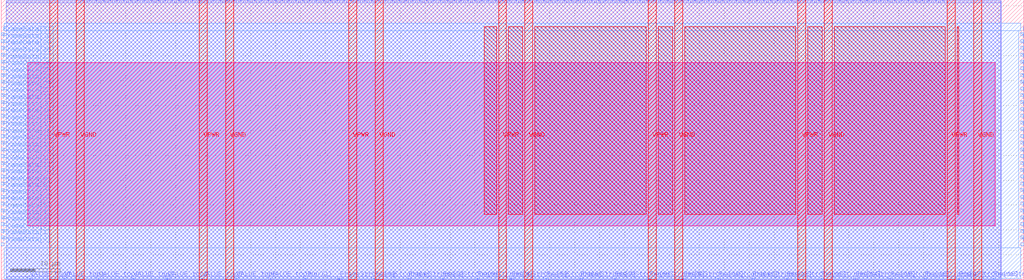
<source format=lef>
VERSION 5.7 ;
  NOWIREEXTENSIONATPIN ON ;
  DIVIDERCHAR "/" ;
  BUSBITCHARS "[]" ;
MACRO S_EF_DAC8
  CLASS BLOCK ;
  FOREIGN S_EF_DAC8 ;
  ORIGIN 0.000 0.000 ;
  SIZE 205.000 BY 56.250 ;
  PIN Co
    DIRECTION OUTPUT ;
    USE SIGNAL ;
    PORT
      LAYER met2 ;
        RECT 87.950 55.970 88.230 56.250 ;
    END
  END Co
  PIN FrameData[0]
    DIRECTION INPUT ;
    USE SIGNAL ;
    ANTENNAGATEAREA 0.196500 ;
    PORT
      LAYER met3 ;
        RECT 0.000 6.840 0.600 7.440 ;
    END
  END FrameData[0]
  PIN FrameData[10]
    DIRECTION INPUT ;
    USE SIGNAL ;
    ANTENNAGATEAREA 0.196500 ;
    PORT
      LAYER met3 ;
        RECT 0.000 20.440 0.600 21.040 ;
    END
  END FrameData[10]
  PIN FrameData[11]
    DIRECTION INPUT ;
    USE SIGNAL ;
    ANTENNAGATEAREA 0.196500 ;
    PORT
      LAYER met3 ;
        RECT 0.000 21.800 0.600 22.400 ;
    END
  END FrameData[11]
  PIN FrameData[12]
    DIRECTION INPUT ;
    USE SIGNAL ;
    ANTENNAGATEAREA 0.196500 ;
    PORT
      LAYER met3 ;
        RECT 0.000 23.160 0.600 23.760 ;
    END
  END FrameData[12]
  PIN FrameData[13]
    DIRECTION INPUT ;
    USE SIGNAL ;
    ANTENNAGATEAREA 0.196500 ;
    PORT
      LAYER met3 ;
        RECT 0.000 24.520 0.600 25.120 ;
    END
  END FrameData[13]
  PIN FrameData[14]
    DIRECTION INPUT ;
    USE SIGNAL ;
    ANTENNAGATEAREA 0.196500 ;
    PORT
      LAYER met3 ;
        RECT 0.000 25.880 0.600 26.480 ;
    END
  END FrameData[14]
  PIN FrameData[15]
    DIRECTION INPUT ;
    USE SIGNAL ;
    ANTENNAGATEAREA 0.196500 ;
    PORT
      LAYER met3 ;
        RECT 0.000 27.240 0.600 27.840 ;
    END
  END FrameData[15]
  PIN FrameData[16]
    DIRECTION INPUT ;
    USE SIGNAL ;
    ANTENNAGATEAREA 0.196500 ;
    PORT
      LAYER met3 ;
        RECT 0.000 28.600 0.600 29.200 ;
    END
  END FrameData[16]
  PIN FrameData[17]
    DIRECTION INPUT ;
    USE SIGNAL ;
    ANTENNAGATEAREA 0.126000 ;
    PORT
      LAYER met3 ;
        RECT 0.000 29.960 0.600 30.560 ;
    END
  END FrameData[17]
  PIN FrameData[18]
    DIRECTION INPUT ;
    USE SIGNAL ;
    ANTENNAGATEAREA 0.196500 ;
    PORT
      LAYER met3 ;
        RECT 0.000 31.320 0.600 31.920 ;
    END
  END FrameData[18]
  PIN FrameData[19]
    DIRECTION INPUT ;
    USE SIGNAL ;
    ANTENNAGATEAREA 0.196500 ;
    PORT
      LAYER met3 ;
        RECT 0.000 32.680 0.600 33.280 ;
    END
  END FrameData[19]
  PIN FrameData[1]
    DIRECTION INPUT ;
    USE SIGNAL ;
    ANTENNAGATEAREA 0.196500 ;
    PORT
      LAYER met3 ;
        RECT 0.000 8.200 0.600 8.800 ;
    END
  END FrameData[1]
  PIN FrameData[20]
    DIRECTION INPUT ;
    USE SIGNAL ;
    ANTENNAGATEAREA 0.126000 ;
    PORT
      LAYER met3 ;
        RECT 0.000 34.040 0.600 34.640 ;
    END
  END FrameData[20]
  PIN FrameData[21]
    DIRECTION INPUT ;
    USE SIGNAL ;
    ANTENNAGATEAREA 0.196500 ;
    PORT
      LAYER met3 ;
        RECT 0.000 35.400 0.600 36.000 ;
    END
  END FrameData[21]
  PIN FrameData[22]
    DIRECTION INPUT ;
    USE SIGNAL ;
    ANTENNAGATEAREA 0.196500 ;
    PORT
      LAYER met3 ;
        RECT 0.000 36.760 0.600 37.360 ;
    END
  END FrameData[22]
  PIN FrameData[23]
    DIRECTION INPUT ;
    USE SIGNAL ;
    ANTENNAGATEAREA 0.196500 ;
    PORT
      LAYER met3 ;
        RECT 0.000 38.120 0.600 38.720 ;
    END
  END FrameData[23]
  PIN FrameData[24]
    DIRECTION INPUT ;
    USE SIGNAL ;
    ANTENNAGATEAREA 0.196500 ;
    PORT
      LAYER met3 ;
        RECT 0.000 39.480 0.600 40.080 ;
    END
  END FrameData[24]
  PIN FrameData[25]
    DIRECTION INPUT ;
    USE SIGNAL ;
    ANTENNAGATEAREA 0.196500 ;
    PORT
      LAYER met3 ;
        RECT 0.000 40.840 0.600 41.440 ;
    END
  END FrameData[25]
  PIN FrameData[26]
    DIRECTION INPUT ;
    USE SIGNAL ;
    ANTENNAGATEAREA 0.196500 ;
    PORT
      LAYER met3 ;
        RECT 0.000 42.200 0.600 42.800 ;
    END
  END FrameData[26]
  PIN FrameData[27]
    DIRECTION INPUT ;
    USE SIGNAL ;
    ANTENNAGATEAREA 0.196500 ;
    PORT
      LAYER met3 ;
        RECT 0.000 43.560 0.600 44.160 ;
    END
  END FrameData[27]
  PIN FrameData[28]
    DIRECTION INPUT ;
    USE SIGNAL ;
    ANTENNAGATEAREA 0.213000 ;
    PORT
      LAYER met3 ;
        RECT 0.000 44.920 0.600 45.520 ;
    END
  END FrameData[28]
  PIN FrameData[29]
    DIRECTION INPUT ;
    USE SIGNAL ;
    ANTENNAGATEAREA 0.213000 ;
    PORT
      LAYER met3 ;
        RECT 0.000 46.280 0.600 46.880 ;
    END
  END FrameData[29]
  PIN FrameData[2]
    DIRECTION INPUT ;
    USE SIGNAL ;
    ANTENNAGATEAREA 0.126000 ;
    PORT
      LAYER met3 ;
        RECT 0.000 9.560 0.600 10.160 ;
    END
  END FrameData[2]
  PIN FrameData[30]
    DIRECTION INPUT ;
    USE SIGNAL ;
    ANTENNAGATEAREA 0.126000 ;
    PORT
      LAYER met3 ;
        RECT 0.000 47.640 0.600 48.240 ;
    END
  END FrameData[30]
  PIN FrameData[31]
    DIRECTION INPUT ;
    USE SIGNAL ;
    ANTENNAGATEAREA 0.126000 ;
    PORT
      LAYER met3 ;
        RECT 0.000 49.000 0.600 49.600 ;
    END
  END FrameData[31]
  PIN FrameData[3]
    DIRECTION INPUT ;
    USE SIGNAL ;
    ANTENNAGATEAREA 0.126000 ;
    PORT
      LAYER met3 ;
        RECT 0.000 10.920 0.600 11.520 ;
    END
  END FrameData[3]
  PIN FrameData[4]
    DIRECTION INPUT ;
    USE SIGNAL ;
    ANTENNAGATEAREA 0.196500 ;
    PORT
      LAYER met3 ;
        RECT 0.000 12.280 0.600 12.880 ;
    END
  END FrameData[4]
  PIN FrameData[5]
    DIRECTION INPUT ;
    USE SIGNAL ;
    ANTENNAGATEAREA 0.196500 ;
    PORT
      LAYER met3 ;
        RECT 0.000 13.640 0.600 14.240 ;
    END
  END FrameData[5]
  PIN FrameData[6]
    DIRECTION INPUT ;
    USE SIGNAL ;
    ANTENNAGATEAREA 0.196500 ;
    PORT
      LAYER met3 ;
        RECT 0.000 15.000 0.600 15.600 ;
    END
  END FrameData[6]
  PIN FrameData[7]
    DIRECTION INPUT ;
    USE SIGNAL ;
    ANTENNAGATEAREA 0.196500 ;
    PORT
      LAYER met3 ;
        RECT 0.000 16.360 0.600 16.960 ;
    END
  END FrameData[7]
  PIN FrameData[8]
    DIRECTION INPUT ;
    USE SIGNAL ;
    ANTENNAGATEAREA 0.196500 ;
    PORT
      LAYER met3 ;
        RECT 0.000 17.720 0.600 18.320 ;
    END
  END FrameData[8]
  PIN FrameData[9]
    DIRECTION INPUT ;
    USE SIGNAL ;
    ANTENNAGATEAREA 0.196500 ;
    PORT
      LAYER met3 ;
        RECT 0.000 19.080 0.600 19.680 ;
    END
  END FrameData[9]
  PIN FrameData_O[0]
    DIRECTION OUTPUT ;
    USE SIGNAL ;
    ANTENNADIFFAREA 0.445500 ;
    PORT
      LAYER met3 ;
        RECT 204.400 6.840 205.000 7.440 ;
    END
  END FrameData_O[0]
  PIN FrameData_O[10]
    DIRECTION OUTPUT ;
    USE SIGNAL ;
    ANTENNADIFFAREA 0.445500 ;
    PORT
      LAYER met3 ;
        RECT 204.400 20.440 205.000 21.040 ;
    END
  END FrameData_O[10]
  PIN FrameData_O[11]
    DIRECTION OUTPUT ;
    USE SIGNAL ;
    ANTENNADIFFAREA 0.445500 ;
    PORT
      LAYER met3 ;
        RECT 204.400 21.800 205.000 22.400 ;
    END
  END FrameData_O[11]
  PIN FrameData_O[12]
    DIRECTION OUTPUT ;
    USE SIGNAL ;
    ANTENNADIFFAREA 0.445500 ;
    PORT
      LAYER met3 ;
        RECT 204.400 23.160 205.000 23.760 ;
    END
  END FrameData_O[12]
  PIN FrameData_O[13]
    DIRECTION OUTPUT ;
    USE SIGNAL ;
    ANTENNADIFFAREA 0.445500 ;
    PORT
      LAYER met3 ;
        RECT 204.400 24.520 205.000 25.120 ;
    END
  END FrameData_O[13]
  PIN FrameData_O[14]
    DIRECTION OUTPUT ;
    USE SIGNAL ;
    ANTENNADIFFAREA 0.445500 ;
    PORT
      LAYER met3 ;
        RECT 204.400 25.880 205.000 26.480 ;
    END
  END FrameData_O[14]
  PIN FrameData_O[15]
    DIRECTION OUTPUT ;
    USE SIGNAL ;
    ANTENNADIFFAREA 0.445500 ;
    PORT
      LAYER met3 ;
        RECT 204.400 27.240 205.000 27.840 ;
    END
  END FrameData_O[15]
  PIN FrameData_O[16]
    DIRECTION OUTPUT ;
    USE SIGNAL ;
    ANTENNADIFFAREA 0.445500 ;
    PORT
      LAYER met3 ;
        RECT 204.400 28.600 205.000 29.200 ;
    END
  END FrameData_O[16]
  PIN FrameData_O[17]
    DIRECTION OUTPUT ;
    USE SIGNAL ;
    ANTENNADIFFAREA 0.445500 ;
    PORT
      LAYER met3 ;
        RECT 204.400 29.960 205.000 30.560 ;
    END
  END FrameData_O[17]
  PIN FrameData_O[18]
    DIRECTION OUTPUT ;
    USE SIGNAL ;
    ANTENNADIFFAREA 0.445500 ;
    PORT
      LAYER met3 ;
        RECT 204.400 31.320 205.000 31.920 ;
    END
  END FrameData_O[18]
  PIN FrameData_O[19]
    DIRECTION OUTPUT ;
    USE SIGNAL ;
    ANTENNADIFFAREA 0.445500 ;
    PORT
      LAYER met3 ;
        RECT 204.400 32.680 205.000 33.280 ;
    END
  END FrameData_O[19]
  PIN FrameData_O[1]
    DIRECTION OUTPUT ;
    USE SIGNAL ;
    ANTENNADIFFAREA 0.445500 ;
    PORT
      LAYER met3 ;
        RECT 204.400 8.200 205.000 8.800 ;
    END
  END FrameData_O[1]
  PIN FrameData_O[20]
    DIRECTION OUTPUT ;
    USE SIGNAL ;
    ANTENNADIFFAREA 0.445500 ;
    PORT
      LAYER met3 ;
        RECT 204.400 34.040 205.000 34.640 ;
    END
  END FrameData_O[20]
  PIN FrameData_O[21]
    DIRECTION OUTPUT ;
    USE SIGNAL ;
    ANTENNADIFFAREA 0.445500 ;
    PORT
      LAYER met3 ;
        RECT 204.400 35.400 205.000 36.000 ;
    END
  END FrameData_O[21]
  PIN FrameData_O[22]
    DIRECTION OUTPUT ;
    USE SIGNAL ;
    ANTENNADIFFAREA 0.445500 ;
    PORT
      LAYER met3 ;
        RECT 204.400 36.760 205.000 37.360 ;
    END
  END FrameData_O[22]
  PIN FrameData_O[23]
    DIRECTION OUTPUT ;
    USE SIGNAL ;
    ANTENNADIFFAREA 0.445500 ;
    PORT
      LAYER met3 ;
        RECT 204.400 38.120 205.000 38.720 ;
    END
  END FrameData_O[23]
  PIN FrameData_O[24]
    DIRECTION OUTPUT ;
    USE SIGNAL ;
    ANTENNADIFFAREA 0.445500 ;
    PORT
      LAYER met3 ;
        RECT 204.400 39.480 205.000 40.080 ;
    END
  END FrameData_O[24]
  PIN FrameData_O[25]
    DIRECTION OUTPUT ;
    USE SIGNAL ;
    ANTENNADIFFAREA 0.445500 ;
    PORT
      LAYER met3 ;
        RECT 204.400 40.840 205.000 41.440 ;
    END
  END FrameData_O[25]
  PIN FrameData_O[26]
    DIRECTION OUTPUT ;
    USE SIGNAL ;
    ANTENNADIFFAREA 0.445500 ;
    PORT
      LAYER met3 ;
        RECT 204.400 42.200 205.000 42.800 ;
    END
  END FrameData_O[26]
  PIN FrameData_O[27]
    DIRECTION OUTPUT ;
    USE SIGNAL ;
    ANTENNADIFFAREA 0.445500 ;
    PORT
      LAYER met3 ;
        RECT 204.400 43.560 205.000 44.160 ;
    END
  END FrameData_O[27]
  PIN FrameData_O[28]
    DIRECTION OUTPUT ;
    USE SIGNAL ;
    ANTENNADIFFAREA 0.445500 ;
    PORT
      LAYER met3 ;
        RECT 204.400 44.920 205.000 45.520 ;
    END
  END FrameData_O[28]
  PIN FrameData_O[29]
    DIRECTION OUTPUT ;
    USE SIGNAL ;
    ANTENNADIFFAREA 0.445500 ;
    PORT
      LAYER met3 ;
        RECT 204.400 46.280 205.000 46.880 ;
    END
  END FrameData_O[29]
  PIN FrameData_O[2]
    DIRECTION OUTPUT ;
    USE SIGNAL ;
    ANTENNADIFFAREA 0.445500 ;
    PORT
      LAYER met3 ;
        RECT 204.400 9.560 205.000 10.160 ;
    END
  END FrameData_O[2]
  PIN FrameData_O[30]
    DIRECTION OUTPUT ;
    USE SIGNAL ;
    ANTENNADIFFAREA 0.445500 ;
    PORT
      LAYER met3 ;
        RECT 204.400 47.640 205.000 48.240 ;
    END
  END FrameData_O[30]
  PIN FrameData_O[31]
    DIRECTION OUTPUT ;
    USE SIGNAL ;
    ANTENNADIFFAREA 0.445500 ;
    PORT
      LAYER met3 ;
        RECT 204.400 49.000 205.000 49.600 ;
    END
  END FrameData_O[31]
  PIN FrameData_O[3]
    DIRECTION OUTPUT ;
    USE SIGNAL ;
    ANTENNADIFFAREA 0.445500 ;
    PORT
      LAYER met3 ;
        RECT 204.400 10.920 205.000 11.520 ;
    END
  END FrameData_O[3]
  PIN FrameData_O[4]
    DIRECTION OUTPUT ;
    USE SIGNAL ;
    ANTENNADIFFAREA 0.445500 ;
    PORT
      LAYER met3 ;
        RECT 204.400 12.280 205.000 12.880 ;
    END
  END FrameData_O[4]
  PIN FrameData_O[5]
    DIRECTION OUTPUT ;
    USE SIGNAL ;
    ANTENNADIFFAREA 0.445500 ;
    PORT
      LAYER met3 ;
        RECT 204.400 13.640 205.000 14.240 ;
    END
  END FrameData_O[5]
  PIN FrameData_O[6]
    DIRECTION OUTPUT ;
    USE SIGNAL ;
    ANTENNADIFFAREA 0.445500 ;
    PORT
      LAYER met3 ;
        RECT 204.400 15.000 205.000 15.600 ;
    END
  END FrameData_O[6]
  PIN FrameData_O[7]
    DIRECTION OUTPUT ;
    USE SIGNAL ;
    ANTENNADIFFAREA 0.445500 ;
    PORT
      LAYER met3 ;
        RECT 204.400 16.360 205.000 16.960 ;
    END
  END FrameData_O[7]
  PIN FrameData_O[8]
    DIRECTION OUTPUT ;
    USE SIGNAL ;
    ANTENNADIFFAREA 0.445500 ;
    PORT
      LAYER met3 ;
        RECT 204.400 17.720 205.000 18.320 ;
    END
  END FrameData_O[8]
  PIN FrameData_O[9]
    DIRECTION OUTPUT ;
    USE SIGNAL ;
    ANTENNADIFFAREA 0.445500 ;
    PORT
      LAYER met3 ;
        RECT 204.400 19.080 205.000 19.680 ;
    END
  END FrameData_O[9]
  PIN FrameStrobe[0]
    DIRECTION INPUT ;
    USE SIGNAL ;
    ANTENNAGATEAREA 0.213000 ;
    PORT
      LAYER met2 ;
        RECT 67.710 0.000 67.990 0.280 ;
    END
  END FrameStrobe[0]
  PIN FrameStrobe[10]
    DIRECTION INPUT ;
    USE SIGNAL ;
    ANTENNAGATEAREA 0.631200 ;
    ANTENNADIFFAREA 0.434700 ;
    PORT
      LAYER met2 ;
        RECT 136.710 0.000 136.990 0.280 ;
    END
  END FrameStrobe[10]
  PIN FrameStrobe[11]
    DIRECTION INPUT ;
    USE SIGNAL ;
    ANTENNAGATEAREA 0.196500 ;
    PORT
      LAYER met2 ;
        RECT 143.610 0.000 143.890 0.280 ;
    END
  END FrameStrobe[11]
  PIN FrameStrobe[12]
    DIRECTION INPUT ;
    USE SIGNAL ;
    ANTENNAGATEAREA 0.196500 ;
    PORT
      LAYER met2 ;
        RECT 150.510 0.000 150.790 0.280 ;
    END
  END FrameStrobe[12]
  PIN FrameStrobe[13]
    DIRECTION INPUT ;
    USE SIGNAL ;
    ANTENNAGATEAREA 0.196500 ;
    PORT
      LAYER met2 ;
        RECT 157.410 0.000 157.690 0.280 ;
    END
  END FrameStrobe[13]
  PIN FrameStrobe[14]
    DIRECTION INPUT ;
    USE SIGNAL ;
    ANTENNAGATEAREA 0.196500 ;
    PORT
      LAYER met2 ;
        RECT 164.310 0.000 164.590 0.280 ;
    END
  END FrameStrobe[14]
  PIN FrameStrobe[15]
    DIRECTION INPUT ;
    USE SIGNAL ;
    ANTENNAGATEAREA 0.196500 ;
    PORT
      LAYER met2 ;
        RECT 171.210 0.000 171.490 0.280 ;
    END
  END FrameStrobe[15]
  PIN FrameStrobe[16]
    DIRECTION INPUT ;
    USE SIGNAL ;
    ANTENNAGATEAREA 0.196500 ;
    PORT
      LAYER met2 ;
        RECT 178.110 0.000 178.390 0.280 ;
    END
  END FrameStrobe[16]
  PIN FrameStrobe[17]
    DIRECTION INPUT ;
    USE SIGNAL ;
    ANTENNAGATEAREA 0.196500 ;
    PORT
      LAYER met2 ;
        RECT 185.010 0.000 185.290 0.280 ;
    END
  END FrameStrobe[17]
  PIN FrameStrobe[18]
    DIRECTION INPUT ;
    USE SIGNAL ;
    ANTENNAGATEAREA 0.196500 ;
    PORT
      LAYER met2 ;
        RECT 191.910 0.000 192.190 0.280 ;
    END
  END FrameStrobe[18]
  PIN FrameStrobe[19]
    DIRECTION INPUT ;
    USE SIGNAL ;
    ANTENNAGATEAREA 0.196500 ;
    PORT
      LAYER met2 ;
        RECT 198.810 0.000 199.090 0.280 ;
    END
  END FrameStrobe[19]
  PIN FrameStrobe[1]
    DIRECTION INPUT ;
    USE SIGNAL ;
    ANTENNAGATEAREA 0.339000 ;
    PORT
      LAYER met2 ;
        RECT 74.610 0.000 74.890 0.280 ;
    END
  END FrameStrobe[1]
  PIN FrameStrobe[2]
    DIRECTION INPUT ;
    USE SIGNAL ;
    ANTENNAGATEAREA 0.631200 ;
    ANTENNADIFFAREA 0.434700 ;
    PORT
      LAYER met2 ;
        RECT 81.510 0.000 81.790 0.280 ;
    END
  END FrameStrobe[2]
  PIN FrameStrobe[3]
    DIRECTION INPUT ;
    USE SIGNAL ;
    ANTENNAGATEAREA 0.196500 ;
    PORT
      LAYER met2 ;
        RECT 88.410 0.000 88.690 0.280 ;
    END
  END FrameStrobe[3]
  PIN FrameStrobe[4]
    DIRECTION INPUT ;
    USE SIGNAL ;
    ANTENNAGATEAREA 0.631200 ;
    ANTENNADIFFAREA 0.434700 ;
    PORT
      LAYER met2 ;
        RECT 95.310 0.000 95.590 0.280 ;
    END
  END FrameStrobe[4]
  PIN FrameStrobe[5]
    DIRECTION INPUT ;
    USE SIGNAL ;
    ANTENNAGATEAREA 0.196500 ;
    PORT
      LAYER met2 ;
        RECT 102.210 0.000 102.490 0.280 ;
    END
  END FrameStrobe[5]
  PIN FrameStrobe[6]
    DIRECTION INPUT ;
    USE SIGNAL ;
    ANTENNAGATEAREA 0.631200 ;
    ANTENNADIFFAREA 0.434700 ;
    PORT
      LAYER met2 ;
        RECT 109.110 0.000 109.390 0.280 ;
    END
  END FrameStrobe[6]
  PIN FrameStrobe[7]
    DIRECTION INPUT ;
    USE SIGNAL ;
    ANTENNAGATEAREA 0.631200 ;
    ANTENNADIFFAREA 0.434700 ;
    PORT
      LAYER met2 ;
        RECT 116.010 0.000 116.290 0.280 ;
    END
  END FrameStrobe[7]
  PIN FrameStrobe[8]
    DIRECTION INPUT ;
    USE SIGNAL ;
    ANTENNAGATEAREA 0.196500 ;
    PORT
      LAYER met2 ;
        RECT 122.910 0.000 123.190 0.280 ;
    END
  END FrameStrobe[8]
  PIN FrameStrobe[9]
    DIRECTION INPUT ;
    USE SIGNAL ;
    ANTENNAGATEAREA 0.196500 ;
    PORT
      LAYER met2 ;
        RECT 129.810 0.000 130.090 0.280 ;
    END
  END FrameStrobe[9]
  PIN FrameStrobe_O[0]
    DIRECTION OUTPUT ;
    USE SIGNAL ;
    ANTENNADIFFAREA 0.445500 ;
    PORT
      LAYER met2 ;
        RECT 162.470 55.970 162.750 56.250 ;
    END
  END FrameStrobe_O[0]
  PIN FrameStrobe_O[10]
    DIRECTION OUTPUT ;
    USE SIGNAL ;
    ANTENNADIFFAREA 0.445500 ;
    PORT
      LAYER met2 ;
        RECT 176.270 55.970 176.550 56.250 ;
    END
  END FrameStrobe_O[10]
  PIN FrameStrobe_O[11]
    DIRECTION OUTPUT ;
    USE SIGNAL ;
    ANTENNADIFFAREA 0.445500 ;
    PORT
      LAYER met2 ;
        RECT 177.650 55.970 177.930 56.250 ;
    END
  END FrameStrobe_O[11]
  PIN FrameStrobe_O[12]
    DIRECTION OUTPUT ;
    USE SIGNAL ;
    ANTENNADIFFAREA 0.445500 ;
    PORT
      LAYER met2 ;
        RECT 179.030 55.970 179.310 56.250 ;
    END
  END FrameStrobe_O[12]
  PIN FrameStrobe_O[13]
    DIRECTION OUTPUT ;
    USE SIGNAL ;
    ANTENNADIFFAREA 0.445500 ;
    PORT
      LAYER met2 ;
        RECT 180.410 55.970 180.690 56.250 ;
    END
  END FrameStrobe_O[13]
  PIN FrameStrobe_O[14]
    DIRECTION OUTPUT ;
    USE SIGNAL ;
    ANTENNADIFFAREA 0.445500 ;
    PORT
      LAYER met2 ;
        RECT 181.790 55.970 182.070 56.250 ;
    END
  END FrameStrobe_O[14]
  PIN FrameStrobe_O[15]
    DIRECTION OUTPUT ;
    USE SIGNAL ;
    ANTENNADIFFAREA 0.445500 ;
    PORT
      LAYER met2 ;
        RECT 183.170 55.970 183.450 56.250 ;
    END
  END FrameStrobe_O[15]
  PIN FrameStrobe_O[16]
    DIRECTION OUTPUT ;
    USE SIGNAL ;
    ANTENNADIFFAREA 0.445500 ;
    PORT
      LAYER met2 ;
        RECT 184.550 55.970 184.830 56.250 ;
    END
  END FrameStrobe_O[16]
  PIN FrameStrobe_O[17]
    DIRECTION OUTPUT ;
    USE SIGNAL ;
    ANTENNADIFFAREA 0.445500 ;
    PORT
      LAYER met2 ;
        RECT 185.930 55.970 186.210 56.250 ;
    END
  END FrameStrobe_O[17]
  PIN FrameStrobe_O[18]
    DIRECTION OUTPUT ;
    USE SIGNAL ;
    ANTENNADIFFAREA 0.445500 ;
    PORT
      LAYER met2 ;
        RECT 187.310 55.970 187.590 56.250 ;
    END
  END FrameStrobe_O[18]
  PIN FrameStrobe_O[19]
    DIRECTION OUTPUT ;
    USE SIGNAL ;
    ANTENNADIFFAREA 0.445500 ;
    PORT
      LAYER met2 ;
        RECT 188.690 55.970 188.970 56.250 ;
    END
  END FrameStrobe_O[19]
  PIN FrameStrobe_O[1]
    DIRECTION OUTPUT ;
    USE SIGNAL ;
    ANTENNADIFFAREA 0.445500 ;
    PORT
      LAYER met2 ;
        RECT 163.850 55.970 164.130 56.250 ;
    END
  END FrameStrobe_O[1]
  PIN FrameStrobe_O[2]
    DIRECTION OUTPUT ;
    USE SIGNAL ;
    ANTENNADIFFAREA 0.445500 ;
    PORT
      LAYER met2 ;
        RECT 165.230 55.970 165.510 56.250 ;
    END
  END FrameStrobe_O[2]
  PIN FrameStrobe_O[3]
    DIRECTION OUTPUT ;
    USE SIGNAL ;
    ANTENNADIFFAREA 0.445500 ;
    PORT
      LAYER met2 ;
        RECT 166.610 55.970 166.890 56.250 ;
    END
  END FrameStrobe_O[3]
  PIN FrameStrobe_O[4]
    DIRECTION OUTPUT ;
    USE SIGNAL ;
    ANTENNADIFFAREA 0.445500 ;
    PORT
      LAYER met2 ;
        RECT 167.990 55.970 168.270 56.250 ;
    END
  END FrameStrobe_O[4]
  PIN FrameStrobe_O[5]
    DIRECTION OUTPUT ;
    USE SIGNAL ;
    ANTENNADIFFAREA 0.445500 ;
    PORT
      LAYER met2 ;
        RECT 169.370 55.970 169.650 56.250 ;
    END
  END FrameStrobe_O[5]
  PIN FrameStrobe_O[6]
    DIRECTION OUTPUT ;
    USE SIGNAL ;
    ANTENNADIFFAREA 0.445500 ;
    PORT
      LAYER met2 ;
        RECT 170.750 55.970 171.030 56.250 ;
    END
  END FrameStrobe_O[6]
  PIN FrameStrobe_O[7]
    DIRECTION OUTPUT ;
    USE SIGNAL ;
    ANTENNADIFFAREA 0.445500 ;
    PORT
      LAYER met2 ;
        RECT 172.130 55.970 172.410 56.250 ;
    END
  END FrameStrobe_O[7]
  PIN FrameStrobe_O[8]
    DIRECTION OUTPUT ;
    USE SIGNAL ;
    ANTENNADIFFAREA 0.445500 ;
    PORT
      LAYER met2 ;
        RECT 173.510 55.970 173.790 56.250 ;
    END
  END FrameStrobe_O[8]
  PIN FrameStrobe_O[9]
    DIRECTION OUTPUT ;
    USE SIGNAL ;
    ANTENNADIFFAREA 0.445500 ;
    PORT
      LAYER met2 ;
        RECT 174.890 55.970 175.170 56.250 ;
    END
  END FrameStrobe_O[9]
  PIN N1BEG[0]
    DIRECTION OUTPUT ;
    USE SIGNAL ;
    ANTENNADIFFAREA 0.445500 ;
    PORT
      LAYER met2 ;
        RECT 16.190 55.970 16.470 56.250 ;
    END
  END N1BEG[0]
  PIN N1BEG[1]
    DIRECTION OUTPUT ;
    USE SIGNAL ;
    ANTENNADIFFAREA 0.445500 ;
    PORT
      LAYER met2 ;
        RECT 17.570 55.970 17.850 56.250 ;
    END
  END N1BEG[1]
  PIN N1BEG[2]
    DIRECTION OUTPUT ;
    USE SIGNAL ;
    ANTENNADIFFAREA 0.445500 ;
    PORT
      LAYER met2 ;
        RECT 18.950 55.970 19.230 56.250 ;
    END
  END N1BEG[2]
  PIN N1BEG[3]
    DIRECTION OUTPUT ;
    USE SIGNAL ;
    ANTENNADIFFAREA 0.445500 ;
    PORT
      LAYER met2 ;
        RECT 20.330 55.970 20.610 56.250 ;
    END
  END N1BEG[3]
  PIN N2BEG[0]
    DIRECTION OUTPUT ;
    USE SIGNAL ;
    ANTENNADIFFAREA 0.445500 ;
    PORT
      LAYER met2 ;
        RECT 21.710 55.970 21.990 56.250 ;
    END
  END N2BEG[0]
  PIN N2BEG[1]
    DIRECTION OUTPUT ;
    USE SIGNAL ;
    ANTENNADIFFAREA 0.445500 ;
    PORT
      LAYER met2 ;
        RECT 23.090 55.970 23.370 56.250 ;
    END
  END N2BEG[1]
  PIN N2BEG[2]
    DIRECTION OUTPUT ;
    USE SIGNAL ;
    ANTENNADIFFAREA 0.445500 ;
    PORT
      LAYER met2 ;
        RECT 24.470 55.970 24.750 56.250 ;
    END
  END N2BEG[2]
  PIN N2BEG[3]
    DIRECTION OUTPUT ;
    USE SIGNAL ;
    ANTENNADIFFAREA 0.445500 ;
    PORT
      LAYER met2 ;
        RECT 25.850 55.970 26.130 56.250 ;
    END
  END N2BEG[3]
  PIN N2BEG[4]
    DIRECTION OUTPUT ;
    USE SIGNAL ;
    ANTENNADIFFAREA 0.445500 ;
    PORT
      LAYER met2 ;
        RECT 27.230 55.970 27.510 56.250 ;
    END
  END N2BEG[4]
  PIN N2BEG[5]
    DIRECTION OUTPUT ;
    USE SIGNAL ;
    ANTENNADIFFAREA 0.445500 ;
    PORT
      LAYER met2 ;
        RECT 28.610 55.970 28.890 56.250 ;
    END
  END N2BEG[5]
  PIN N2BEG[6]
    DIRECTION OUTPUT ;
    USE SIGNAL ;
    ANTENNADIFFAREA 0.445500 ;
    PORT
      LAYER met2 ;
        RECT 29.990 55.970 30.270 56.250 ;
    END
  END N2BEG[6]
  PIN N2BEG[7]
    DIRECTION OUTPUT ;
    USE SIGNAL ;
    ANTENNADIFFAREA 0.445500 ;
    PORT
      LAYER met2 ;
        RECT 31.370 55.970 31.650 56.250 ;
    END
  END N2BEG[7]
  PIN N2BEGb[0]
    DIRECTION OUTPUT ;
    USE SIGNAL ;
    ANTENNADIFFAREA 0.445500 ;
    PORT
      LAYER met2 ;
        RECT 32.750 55.970 33.030 56.250 ;
    END
  END N2BEGb[0]
  PIN N2BEGb[1]
    DIRECTION OUTPUT ;
    USE SIGNAL ;
    ANTENNADIFFAREA 0.445500 ;
    PORT
      LAYER met2 ;
        RECT 34.130 55.970 34.410 56.250 ;
    END
  END N2BEGb[1]
  PIN N2BEGb[2]
    DIRECTION OUTPUT ;
    USE SIGNAL ;
    ANTENNADIFFAREA 0.445500 ;
    PORT
      LAYER met2 ;
        RECT 35.510 55.970 35.790 56.250 ;
    END
  END N2BEGb[2]
  PIN N2BEGb[3]
    DIRECTION OUTPUT ;
    USE SIGNAL ;
    ANTENNADIFFAREA 0.445500 ;
    PORT
      LAYER met2 ;
        RECT 36.890 55.970 37.170 56.250 ;
    END
  END N2BEGb[3]
  PIN N2BEGb[4]
    DIRECTION OUTPUT ;
    USE SIGNAL ;
    ANTENNADIFFAREA 0.445500 ;
    PORT
      LAYER met2 ;
        RECT 38.270 55.970 38.550 56.250 ;
    END
  END N2BEGb[4]
  PIN N2BEGb[5]
    DIRECTION OUTPUT ;
    USE SIGNAL ;
    ANTENNADIFFAREA 0.445500 ;
    PORT
      LAYER met2 ;
        RECT 39.650 55.970 39.930 56.250 ;
    END
  END N2BEGb[5]
  PIN N2BEGb[6]
    DIRECTION OUTPUT ;
    USE SIGNAL ;
    ANTENNADIFFAREA 0.445500 ;
    PORT
      LAYER met2 ;
        RECT 41.030 55.970 41.310 56.250 ;
    END
  END N2BEGb[6]
  PIN N2BEGb[7]
    DIRECTION OUTPUT ;
    USE SIGNAL ;
    ANTENNADIFFAREA 0.445500 ;
    PORT
      LAYER met2 ;
        RECT 42.410 55.970 42.690 56.250 ;
    END
  END N2BEGb[7]
  PIN N4BEG[0]
    DIRECTION OUTPUT ;
    USE SIGNAL ;
    ANTENNADIFFAREA 0.445500 ;
    PORT
      LAYER met2 ;
        RECT 43.790 55.970 44.070 56.250 ;
    END
  END N4BEG[0]
  PIN N4BEG[10]
    DIRECTION OUTPUT ;
    USE SIGNAL ;
    ANTENNADIFFAREA 0.445500 ;
    PORT
      LAYER met2 ;
        RECT 57.590 55.970 57.870 56.250 ;
    END
  END N4BEG[10]
  PIN N4BEG[11]
    DIRECTION OUTPUT ;
    USE SIGNAL ;
    ANTENNADIFFAREA 0.445500 ;
    PORT
      LAYER met2 ;
        RECT 58.970 55.970 59.250 56.250 ;
    END
  END N4BEG[11]
  PIN N4BEG[12]
    DIRECTION OUTPUT ;
    USE SIGNAL ;
    ANTENNADIFFAREA 0.445500 ;
    PORT
      LAYER met2 ;
        RECT 60.350 55.970 60.630 56.250 ;
    END
  END N4BEG[12]
  PIN N4BEG[13]
    DIRECTION OUTPUT ;
    USE SIGNAL ;
    ANTENNADIFFAREA 0.445500 ;
    PORT
      LAYER met2 ;
        RECT 61.730 55.970 62.010 56.250 ;
    END
  END N4BEG[13]
  PIN N4BEG[14]
    DIRECTION OUTPUT ;
    USE SIGNAL ;
    ANTENNADIFFAREA 0.445500 ;
    PORT
      LAYER met2 ;
        RECT 63.110 55.970 63.390 56.250 ;
    END
  END N4BEG[14]
  PIN N4BEG[15]
    DIRECTION OUTPUT ;
    USE SIGNAL ;
    ANTENNADIFFAREA 0.445500 ;
    PORT
      LAYER met2 ;
        RECT 64.490 55.970 64.770 56.250 ;
    END
  END N4BEG[15]
  PIN N4BEG[1]
    DIRECTION OUTPUT ;
    USE SIGNAL ;
    ANTENNADIFFAREA 0.445500 ;
    PORT
      LAYER met2 ;
        RECT 45.170 55.970 45.450 56.250 ;
    END
  END N4BEG[1]
  PIN N4BEG[2]
    DIRECTION OUTPUT ;
    USE SIGNAL ;
    ANTENNADIFFAREA 0.445500 ;
    PORT
      LAYER met2 ;
        RECT 46.550 55.970 46.830 56.250 ;
    END
  END N4BEG[2]
  PIN N4BEG[3]
    DIRECTION OUTPUT ;
    USE SIGNAL ;
    ANTENNADIFFAREA 0.445500 ;
    PORT
      LAYER met2 ;
        RECT 47.930 55.970 48.210 56.250 ;
    END
  END N4BEG[3]
  PIN N4BEG[4]
    DIRECTION OUTPUT ;
    USE SIGNAL ;
    ANTENNADIFFAREA 0.445500 ;
    PORT
      LAYER met2 ;
        RECT 49.310 55.970 49.590 56.250 ;
    END
  END N4BEG[4]
  PIN N4BEG[5]
    DIRECTION OUTPUT ;
    USE SIGNAL ;
    ANTENNADIFFAREA 0.445500 ;
    PORT
      LAYER met2 ;
        RECT 50.690 55.970 50.970 56.250 ;
    END
  END N4BEG[5]
  PIN N4BEG[6]
    DIRECTION OUTPUT ;
    USE SIGNAL ;
    ANTENNADIFFAREA 0.445500 ;
    PORT
      LAYER met2 ;
        RECT 52.070 55.970 52.350 56.250 ;
    END
  END N4BEG[6]
  PIN N4BEG[7]
    DIRECTION OUTPUT ;
    USE SIGNAL ;
    ANTENNADIFFAREA 0.445500 ;
    PORT
      LAYER met2 ;
        RECT 53.450 55.970 53.730 56.250 ;
    END
  END N4BEG[7]
  PIN N4BEG[8]
    DIRECTION OUTPUT ;
    USE SIGNAL ;
    ANTENNADIFFAREA 0.445500 ;
    PORT
      LAYER met2 ;
        RECT 54.830 55.970 55.110 56.250 ;
    END
  END N4BEG[8]
  PIN N4BEG[9]
    DIRECTION OUTPUT ;
    USE SIGNAL ;
    ANTENNADIFFAREA 0.445500 ;
    PORT
      LAYER met2 ;
        RECT 56.210 55.970 56.490 56.250 ;
    END
  END N4BEG[9]
  PIN NN4BEG[0]
    DIRECTION OUTPUT ;
    USE SIGNAL ;
    ANTENNADIFFAREA 0.445500 ;
    PORT
      LAYER met2 ;
        RECT 65.870 55.970 66.150 56.250 ;
    END
  END NN4BEG[0]
  PIN NN4BEG[10]
    DIRECTION OUTPUT ;
    USE SIGNAL ;
    ANTENNADIFFAREA 0.445500 ;
    PORT
      LAYER met2 ;
        RECT 79.670 55.970 79.950 56.250 ;
    END
  END NN4BEG[10]
  PIN NN4BEG[11]
    DIRECTION OUTPUT ;
    USE SIGNAL ;
    ANTENNADIFFAREA 0.445500 ;
    PORT
      LAYER met2 ;
        RECT 81.050 55.970 81.330 56.250 ;
    END
  END NN4BEG[11]
  PIN NN4BEG[12]
    DIRECTION OUTPUT ;
    USE SIGNAL ;
    ANTENNADIFFAREA 0.445500 ;
    PORT
      LAYER met2 ;
        RECT 82.430 55.970 82.710 56.250 ;
    END
  END NN4BEG[12]
  PIN NN4BEG[13]
    DIRECTION OUTPUT ;
    USE SIGNAL ;
    ANTENNADIFFAREA 0.445500 ;
    PORT
      LAYER met2 ;
        RECT 83.810 55.970 84.090 56.250 ;
    END
  END NN4BEG[13]
  PIN NN4BEG[14]
    DIRECTION OUTPUT ;
    USE SIGNAL ;
    ANTENNADIFFAREA 0.445500 ;
    PORT
      LAYER met2 ;
        RECT 85.190 55.970 85.470 56.250 ;
    END
  END NN4BEG[14]
  PIN NN4BEG[15]
    DIRECTION OUTPUT ;
    USE SIGNAL ;
    ANTENNADIFFAREA 0.445500 ;
    PORT
      LAYER met2 ;
        RECT 86.570 55.970 86.850 56.250 ;
    END
  END NN4BEG[15]
  PIN NN4BEG[1]
    DIRECTION OUTPUT ;
    USE SIGNAL ;
    ANTENNADIFFAREA 0.445500 ;
    PORT
      LAYER met2 ;
        RECT 67.250 55.970 67.530 56.250 ;
    END
  END NN4BEG[1]
  PIN NN4BEG[2]
    DIRECTION OUTPUT ;
    USE SIGNAL ;
    ANTENNADIFFAREA 0.445500 ;
    PORT
      LAYER met2 ;
        RECT 68.630 55.970 68.910 56.250 ;
    END
  END NN4BEG[2]
  PIN NN4BEG[3]
    DIRECTION OUTPUT ;
    USE SIGNAL ;
    ANTENNADIFFAREA 0.445500 ;
    PORT
      LAYER met2 ;
        RECT 70.010 55.970 70.290 56.250 ;
    END
  END NN4BEG[3]
  PIN NN4BEG[4]
    DIRECTION OUTPUT ;
    USE SIGNAL ;
    ANTENNADIFFAREA 0.445500 ;
    PORT
      LAYER met2 ;
        RECT 71.390 55.970 71.670 56.250 ;
    END
  END NN4BEG[4]
  PIN NN4BEG[5]
    DIRECTION OUTPUT ;
    USE SIGNAL ;
    ANTENNADIFFAREA 0.445500 ;
    PORT
      LAYER met2 ;
        RECT 72.770 55.970 73.050 56.250 ;
    END
  END NN4BEG[5]
  PIN NN4BEG[6]
    DIRECTION OUTPUT ;
    USE SIGNAL ;
    ANTENNADIFFAREA 0.445500 ;
    PORT
      LAYER met2 ;
        RECT 74.150 55.970 74.430 56.250 ;
    END
  END NN4BEG[6]
  PIN NN4BEG[7]
    DIRECTION OUTPUT ;
    USE SIGNAL ;
    ANTENNADIFFAREA 0.445500 ;
    PORT
      LAYER met2 ;
        RECT 75.530 55.970 75.810 56.250 ;
    END
  END NN4BEG[7]
  PIN NN4BEG[8]
    DIRECTION OUTPUT ;
    USE SIGNAL ;
    ANTENNADIFFAREA 0.445500 ;
    PORT
      LAYER met2 ;
        RECT 76.910 55.970 77.190 56.250 ;
    END
  END NN4BEG[8]
  PIN NN4BEG[9]
    DIRECTION OUTPUT ;
    USE SIGNAL ;
    ANTENNADIFFAREA 0.445500 ;
    PORT
      LAYER met2 ;
        RECT 78.290 55.970 78.570 56.250 ;
    END
  END NN4BEG[9]
  PIN S1END[0]
    DIRECTION INPUT ;
    USE SIGNAL ;
    ANTENNAGATEAREA 0.196500 ;
    PORT
      LAYER met2 ;
        RECT 89.330 55.970 89.610 56.250 ;
    END
  END S1END[0]
  PIN S1END[1]
    DIRECTION INPUT ;
    USE SIGNAL ;
    ANTENNAGATEAREA 0.196500 ;
    PORT
      LAYER met2 ;
        RECT 90.710 55.970 90.990 56.250 ;
    END
  END S1END[1]
  PIN S1END[2]
    DIRECTION INPUT ;
    USE SIGNAL ;
    ANTENNAGATEAREA 0.196500 ;
    PORT
      LAYER met2 ;
        RECT 92.090 55.970 92.370 56.250 ;
    END
  END S1END[2]
  PIN S1END[3]
    DIRECTION INPUT ;
    USE SIGNAL ;
    ANTENNAGATEAREA 0.196500 ;
    PORT
      LAYER met2 ;
        RECT 93.470 55.970 93.750 56.250 ;
    END
  END S1END[3]
  PIN S2END[0]
    DIRECTION INPUT ;
    USE SIGNAL ;
    ANTENNAGATEAREA 0.196500 ;
    PORT
      LAYER met2 ;
        RECT 105.890 55.970 106.170 56.250 ;
    END
  END S2END[0]
  PIN S2END[1]
    DIRECTION INPUT ;
    USE SIGNAL ;
    ANTENNAGATEAREA 0.196500 ;
    PORT
      LAYER met2 ;
        RECT 107.270 55.970 107.550 56.250 ;
    END
  END S2END[1]
  PIN S2END[2]
    DIRECTION INPUT ;
    USE SIGNAL ;
    ANTENNAGATEAREA 0.196500 ;
    PORT
      LAYER met2 ;
        RECT 108.650 55.970 108.930 56.250 ;
    END
  END S2END[2]
  PIN S2END[3]
    DIRECTION INPUT ;
    USE SIGNAL ;
    ANTENNAGATEAREA 0.196500 ;
    PORT
      LAYER met2 ;
        RECT 110.030 55.970 110.310 56.250 ;
    END
  END S2END[3]
  PIN S2END[4]
    DIRECTION INPUT ;
    USE SIGNAL ;
    ANTENNAGATEAREA 0.196500 ;
    PORT
      LAYER met2 ;
        RECT 111.410 55.970 111.690 56.250 ;
    END
  END S2END[4]
  PIN S2END[5]
    DIRECTION INPUT ;
    USE SIGNAL ;
    ANTENNAGATEAREA 0.196500 ;
    PORT
      LAYER met2 ;
        RECT 112.790 55.970 113.070 56.250 ;
    END
  END S2END[5]
  PIN S2END[6]
    DIRECTION INPUT ;
    USE SIGNAL ;
    ANTENNAGATEAREA 0.196500 ;
    PORT
      LAYER met2 ;
        RECT 114.170 55.970 114.450 56.250 ;
    END
  END S2END[6]
  PIN S2END[7]
    DIRECTION INPUT ;
    USE SIGNAL ;
    ANTENNAGATEAREA 0.196500 ;
    PORT
      LAYER met2 ;
        RECT 115.550 55.970 115.830 56.250 ;
    END
  END S2END[7]
  PIN S2MID[0]
    DIRECTION INPUT ;
    USE SIGNAL ;
    ANTENNAGATEAREA 0.196500 ;
    PORT
      LAYER met2 ;
        RECT 94.850 55.970 95.130 56.250 ;
    END
  END S2MID[0]
  PIN S2MID[1]
    DIRECTION INPUT ;
    USE SIGNAL ;
    ANTENNAGATEAREA 0.196500 ;
    PORT
      LAYER met2 ;
        RECT 96.230 55.970 96.510 56.250 ;
    END
  END S2MID[1]
  PIN S2MID[2]
    DIRECTION INPUT ;
    USE SIGNAL ;
    ANTENNAGATEAREA 0.196500 ;
    PORT
      LAYER met2 ;
        RECT 97.610 55.970 97.890 56.250 ;
    END
  END S2MID[2]
  PIN S2MID[3]
    DIRECTION INPUT ;
    USE SIGNAL ;
    ANTENNAGATEAREA 0.196500 ;
    PORT
      LAYER met2 ;
        RECT 98.990 55.970 99.270 56.250 ;
    END
  END S2MID[3]
  PIN S2MID[4]
    DIRECTION INPUT ;
    USE SIGNAL ;
    ANTENNAGATEAREA 0.196500 ;
    PORT
      LAYER met2 ;
        RECT 100.370 55.970 100.650 56.250 ;
    END
  END S2MID[4]
  PIN S2MID[5]
    DIRECTION INPUT ;
    USE SIGNAL ;
    ANTENNAGATEAREA 0.196500 ;
    PORT
      LAYER met2 ;
        RECT 101.750 55.970 102.030 56.250 ;
    END
  END S2MID[5]
  PIN S2MID[6]
    DIRECTION INPUT ;
    USE SIGNAL ;
    ANTENNAGATEAREA 0.196500 ;
    PORT
      LAYER met2 ;
        RECT 103.130 55.970 103.410 56.250 ;
    END
  END S2MID[6]
  PIN S2MID[7]
    DIRECTION INPUT ;
    USE SIGNAL ;
    ANTENNAGATEAREA 0.196500 ;
    PORT
      LAYER met2 ;
        RECT 104.510 55.970 104.790 56.250 ;
    END
  END S2MID[7]
  PIN S4END[0]
    DIRECTION INPUT ;
    USE SIGNAL ;
    ANTENNAGATEAREA 0.196500 ;
    PORT
      LAYER met2 ;
        RECT 116.930 55.970 117.210 56.250 ;
    END
  END S4END[0]
  PIN S4END[10]
    DIRECTION INPUT ;
    USE SIGNAL ;
    ANTENNAGATEAREA 0.647700 ;
    ANTENNADIFFAREA 0.434700 ;
    PORT
      LAYER met2 ;
        RECT 130.730 55.970 131.010 56.250 ;
    END
  END S4END[10]
  PIN S4END[11]
    DIRECTION INPUT ;
    USE SIGNAL ;
    ANTENNAGATEAREA 0.196500 ;
    PORT
      LAYER met2 ;
        RECT 132.110 55.970 132.390 56.250 ;
    END
  END S4END[11]
  PIN S4END[12]
    DIRECTION INPUT ;
    USE SIGNAL ;
    ANTENNAGATEAREA 0.213000 ;
    PORT
      LAYER met2 ;
        RECT 133.490 55.970 133.770 56.250 ;
    END
  END S4END[12]
  PIN S4END[13]
    DIRECTION INPUT ;
    USE SIGNAL ;
    ANTENNAGATEAREA 0.213000 ;
    PORT
      LAYER met2 ;
        RECT 134.870 55.970 135.150 56.250 ;
    END
  END S4END[13]
  PIN S4END[14]
    DIRECTION INPUT ;
    USE SIGNAL ;
    ANTENNAGATEAREA 0.213000 ;
    PORT
      LAYER met2 ;
        RECT 136.250 55.970 136.530 56.250 ;
    END
  END S4END[14]
  PIN S4END[15]
    DIRECTION INPUT ;
    USE SIGNAL ;
    ANTENNAGATEAREA 0.647700 ;
    ANTENNADIFFAREA 0.434700 ;
    PORT
      LAYER met2 ;
        RECT 137.630 55.970 137.910 56.250 ;
    END
  END S4END[15]
  PIN S4END[1]
    DIRECTION INPUT ;
    USE SIGNAL ;
    ANTENNAGATEAREA 0.126000 ;
    PORT
      LAYER met2 ;
        RECT 118.310 55.970 118.590 56.250 ;
    END
  END S4END[1]
  PIN S4END[2]
    DIRECTION INPUT ;
    USE SIGNAL ;
    ANTENNAGATEAREA 0.196500 ;
    PORT
      LAYER met2 ;
        RECT 119.690 55.970 119.970 56.250 ;
    END
  END S4END[2]
  PIN S4END[3]
    DIRECTION INPUT ;
    USE SIGNAL ;
    ANTENNAGATEAREA 0.196500 ;
    PORT
      LAYER met2 ;
        RECT 121.070 55.970 121.350 56.250 ;
    END
  END S4END[3]
  PIN S4END[4]
    DIRECTION INPUT ;
    USE SIGNAL ;
    ANTENNAGATEAREA 0.196500 ;
    PORT
      LAYER met2 ;
        RECT 122.450 55.970 122.730 56.250 ;
    END
  END S4END[4]
  PIN S4END[5]
    DIRECTION INPUT ;
    USE SIGNAL ;
    ANTENNAGATEAREA 0.126000 ;
    PORT
      LAYER met2 ;
        RECT 123.830 55.970 124.110 56.250 ;
    END
  END S4END[5]
  PIN S4END[6]
    DIRECTION INPUT ;
    USE SIGNAL ;
    ANTENNAGATEAREA 0.196500 ;
    PORT
      LAYER met2 ;
        RECT 125.210 55.970 125.490 56.250 ;
    END
  END S4END[6]
  PIN S4END[7]
    DIRECTION INPUT ;
    USE SIGNAL ;
    ANTENNAGATEAREA 0.196500 ;
    PORT
      LAYER met2 ;
        RECT 126.590 55.970 126.870 56.250 ;
    END
  END S4END[7]
  PIN S4END[8]
    DIRECTION INPUT ;
    USE SIGNAL ;
    ANTENNAGATEAREA 0.196500 ;
    PORT
      LAYER met2 ;
        RECT 127.970 55.970 128.250 56.250 ;
    END
  END S4END[8]
  PIN S4END[9]
    DIRECTION INPUT ;
    USE SIGNAL ;
    ANTENNAGATEAREA 0.196500 ;
    PORT
      LAYER met2 ;
        RECT 129.350 55.970 129.630 56.250 ;
    END
  END S4END[9]
  PIN SS4END[0]
    DIRECTION INPUT ;
    USE SIGNAL ;
    ANTENNAGATEAREA 0.196500 ;
    PORT
      LAYER met2 ;
        RECT 139.010 55.970 139.290 56.250 ;
    END
  END SS4END[0]
  PIN SS4END[10]
    DIRECTION INPUT ;
    USE SIGNAL ;
    ANTENNAGATEAREA 0.196500 ;
    PORT
      LAYER met2 ;
        RECT 152.810 55.970 153.090 56.250 ;
    END
  END SS4END[10]
  PIN SS4END[11]
    DIRECTION INPUT ;
    USE SIGNAL ;
    ANTENNAGATEAREA 0.126000 ;
    PORT
      LAYER met2 ;
        RECT 154.190 55.970 154.470 56.250 ;
    END
  END SS4END[11]
  PIN SS4END[12]
    DIRECTION INPUT ;
    USE SIGNAL ;
    ANTENNAGATEAREA 0.196500 ;
    PORT
      LAYER met2 ;
        RECT 155.570 55.970 155.850 56.250 ;
    END
  END SS4END[12]
  PIN SS4END[13]
    DIRECTION INPUT ;
    USE SIGNAL ;
    ANTENNAGATEAREA 0.213000 ;
    PORT
      LAYER met2 ;
        RECT 156.950 55.970 157.230 56.250 ;
    END
  END SS4END[13]
  PIN SS4END[14]
    DIRECTION INPUT ;
    USE SIGNAL ;
    ANTENNAGATEAREA 0.196500 ;
    PORT
      LAYER met2 ;
        RECT 158.330 55.970 158.610 56.250 ;
    END
  END SS4END[14]
  PIN SS4END[15]
    DIRECTION INPUT ;
    USE SIGNAL ;
    ANTENNAGATEAREA 0.196500 ;
    PORT
      LAYER met2 ;
        RECT 159.710 55.970 159.990 56.250 ;
    END
  END SS4END[15]
  PIN SS4END[1]
    DIRECTION INPUT ;
    USE SIGNAL ;
    ANTENNAGATEAREA 0.126000 ;
    PORT
      LAYER met2 ;
        RECT 140.390 55.970 140.670 56.250 ;
    END
  END SS4END[1]
  PIN SS4END[2]
    DIRECTION INPUT ;
    USE SIGNAL ;
    ANTENNAGATEAREA 0.196500 ;
    PORT
      LAYER met2 ;
        RECT 141.770 55.970 142.050 56.250 ;
    END
  END SS4END[2]
  PIN SS4END[3]
    DIRECTION INPUT ;
    USE SIGNAL ;
    ANTENNAGATEAREA 0.126000 ;
    PORT
      LAYER met2 ;
        RECT 143.150 55.970 143.430 56.250 ;
    END
  END SS4END[3]
  PIN SS4END[4]
    DIRECTION INPUT ;
    USE SIGNAL ;
    ANTENNAGATEAREA 0.196500 ;
    PORT
      LAYER met2 ;
        RECT 144.530 55.970 144.810 56.250 ;
    END
  END SS4END[4]
  PIN SS4END[5]
    DIRECTION INPUT ;
    USE SIGNAL ;
    ANTENNAGATEAREA 0.213000 ;
    PORT
      LAYER met2 ;
        RECT 145.910 55.970 146.190 56.250 ;
    END
  END SS4END[5]
  PIN SS4END[6]
    DIRECTION INPUT ;
    USE SIGNAL ;
    ANTENNAGATEAREA 0.196500 ;
    PORT
      LAYER met2 ;
        RECT 147.290 55.970 147.570 56.250 ;
    END
  END SS4END[6]
  PIN SS4END[7]
    DIRECTION INPUT ;
    USE SIGNAL ;
    ANTENNAGATEAREA 0.196500 ;
    PORT
      LAYER met2 ;
        RECT 148.670 55.970 148.950 56.250 ;
    END
  END SS4END[7]
  PIN SS4END[8]
    DIRECTION INPUT ;
    USE SIGNAL ;
    ANTENNAGATEAREA 0.196500 ;
    PORT
      LAYER met2 ;
        RECT 150.050 55.970 150.330 56.250 ;
    END
  END SS4END[8]
  PIN SS4END[9]
    DIRECTION INPUT ;
    USE SIGNAL ;
    ANTENNAGATEAREA 0.126000 ;
    PORT
      LAYER met2 ;
        RECT 151.430 55.970 151.710 56.250 ;
    END
  END SS4END[9]
  PIN UserCLK
    DIRECTION INPUT ;
    USE SIGNAL ;
    ANTENNAGATEAREA 0.159000 ;
    PORT
      LAYER met2 ;
        RECT 60.810 0.000 61.090 0.280 ;
    END
  END UserCLK
  PIN UserCLKo
    DIRECTION OUTPUT ;
    USE SIGNAL ;
    ANTENNADIFFAREA 0.340600 ;
    PORT
      LAYER met2 ;
        RECT 161.090 55.970 161.370 56.250 ;
    END
  END UserCLKo
  PIN VALUE_top0
    DIRECTION OUTPUT ;
    USE SIGNAL ;
    ANTENNADIFFAREA 0.445500 ;
    PORT
      LAYER met2 ;
        RECT 5.610 0.000 5.890 0.280 ;
    END
  END VALUE_top0
  PIN VALUE_top1
    DIRECTION OUTPUT ;
    USE SIGNAL ;
    ANTENNADIFFAREA 0.445500 ;
    PORT
      LAYER met2 ;
        RECT 12.510 0.000 12.790 0.280 ;
    END
  END VALUE_top1
  PIN VALUE_top2
    DIRECTION OUTPUT ;
    USE SIGNAL ;
    ANTENNADIFFAREA 0.445500 ;
    PORT
      LAYER met2 ;
        RECT 19.410 0.000 19.690 0.280 ;
    END
  END VALUE_top2
  PIN VALUE_top3
    DIRECTION OUTPUT ;
    USE SIGNAL ;
    ANTENNADIFFAREA 0.445500 ;
    PORT
      LAYER met2 ;
        RECT 26.310 0.000 26.590 0.280 ;
    END
  END VALUE_top3
  PIN VALUE_top4
    DIRECTION OUTPUT ;
    USE SIGNAL ;
    ANTENNADIFFAREA 0.445500 ;
    PORT
      LAYER met2 ;
        RECT 33.210 0.000 33.490 0.280 ;
    END
  END VALUE_top4
  PIN VALUE_top5
    DIRECTION OUTPUT ;
    USE SIGNAL ;
    ANTENNADIFFAREA 0.445500 ;
    PORT
      LAYER met2 ;
        RECT 40.110 0.000 40.390 0.280 ;
    END
  END VALUE_top5
  PIN VALUE_top6
    DIRECTION OUTPUT ;
    USE SIGNAL ;
    ANTENNADIFFAREA 0.445500 ;
    PORT
      LAYER met2 ;
        RECT 47.010 0.000 47.290 0.280 ;
    END
  END VALUE_top6
  PIN VALUE_top7
    DIRECTION OUTPUT ;
    USE SIGNAL ;
    ANTENNADIFFAREA 0.445500 ;
    PORT
      LAYER met2 ;
        RECT 53.910 0.000 54.190 0.280 ;
    END
  END VALUE_top7
  PIN VGND
    DIRECTION INOUT ;
    USE GROUND ;
    PORT
      LAYER met4 ;
        RECT 15.020 0.000 16.620 56.250 ;
    END
    PORT
      LAYER met4 ;
        RECT 45.020 0.000 46.620 56.250 ;
    END
    PORT
      LAYER met4 ;
        RECT 75.020 0.000 76.620 56.250 ;
    END
    PORT
      LAYER met4 ;
        RECT 105.020 0.000 106.620 56.250 ;
    END
    PORT
      LAYER met4 ;
        RECT 135.020 0.000 136.620 56.250 ;
    END
    PORT
      LAYER met4 ;
        RECT 165.020 0.000 166.620 56.250 ;
    END
    PORT
      LAYER met4 ;
        RECT 195.020 0.000 196.620 56.250 ;
    END
  END VGND
  PIN VPWR
    DIRECTION INOUT ;
    USE POWER ;
    PORT
      LAYER met4 ;
        RECT 9.720 0.000 11.320 56.250 ;
    END
    PORT
      LAYER met4 ;
        RECT 39.720 0.000 41.320 56.250 ;
    END
    PORT
      LAYER met4 ;
        RECT 69.720 0.000 71.320 56.250 ;
    END
    PORT
      LAYER met4 ;
        RECT 99.720 0.000 101.320 56.250 ;
    END
    PORT
      LAYER met4 ;
        RECT 129.720 0.000 131.320 56.250 ;
    END
    PORT
      LAYER met4 ;
        RECT 159.720 0.000 161.320 56.250 ;
    END
    PORT
      LAYER met4 ;
        RECT 189.720 0.000 191.320 56.250 ;
    END
  END VPWR
  OBS
      LAYER nwell ;
        RECT 5.330 10.795 199.370 43.605 ;
      LAYER li1 ;
        RECT 5.520 10.795 199.180 43.605 ;
      LAYER met1 ;
        RECT 0.990 0.040 200.490 56.060 ;
      LAYER met2 ;
        RECT 1.010 55.690 15.910 56.090 ;
        RECT 16.750 55.690 17.290 56.090 ;
        RECT 18.130 55.690 18.670 56.090 ;
        RECT 19.510 55.690 20.050 56.090 ;
        RECT 20.890 55.690 21.430 56.090 ;
        RECT 22.270 55.690 22.810 56.090 ;
        RECT 23.650 55.690 24.190 56.090 ;
        RECT 25.030 55.690 25.570 56.090 ;
        RECT 26.410 55.690 26.950 56.090 ;
        RECT 27.790 55.690 28.330 56.090 ;
        RECT 29.170 55.690 29.710 56.090 ;
        RECT 30.550 55.690 31.090 56.090 ;
        RECT 31.930 55.690 32.470 56.090 ;
        RECT 33.310 55.690 33.850 56.090 ;
        RECT 34.690 55.690 35.230 56.090 ;
        RECT 36.070 55.690 36.610 56.090 ;
        RECT 37.450 55.690 37.990 56.090 ;
        RECT 38.830 55.690 39.370 56.090 ;
        RECT 40.210 55.690 40.750 56.090 ;
        RECT 41.590 55.690 42.130 56.090 ;
        RECT 42.970 55.690 43.510 56.090 ;
        RECT 44.350 55.690 44.890 56.090 ;
        RECT 45.730 55.690 46.270 56.090 ;
        RECT 47.110 55.690 47.650 56.090 ;
        RECT 48.490 55.690 49.030 56.090 ;
        RECT 49.870 55.690 50.410 56.090 ;
        RECT 51.250 55.690 51.790 56.090 ;
        RECT 52.630 55.690 53.170 56.090 ;
        RECT 54.010 55.690 54.550 56.090 ;
        RECT 55.390 55.690 55.930 56.090 ;
        RECT 56.770 55.690 57.310 56.090 ;
        RECT 58.150 55.690 58.690 56.090 ;
        RECT 59.530 55.690 60.070 56.090 ;
        RECT 60.910 55.690 61.450 56.090 ;
        RECT 62.290 55.690 62.830 56.090 ;
        RECT 63.670 55.690 64.210 56.090 ;
        RECT 65.050 55.690 65.590 56.090 ;
        RECT 66.430 55.690 66.970 56.090 ;
        RECT 67.810 55.690 68.350 56.090 ;
        RECT 69.190 55.690 69.730 56.090 ;
        RECT 70.570 55.690 71.110 56.090 ;
        RECT 71.950 55.690 72.490 56.090 ;
        RECT 73.330 55.690 73.870 56.090 ;
        RECT 74.710 55.690 75.250 56.090 ;
        RECT 76.090 55.690 76.630 56.090 ;
        RECT 77.470 55.690 78.010 56.090 ;
        RECT 78.850 55.690 79.390 56.090 ;
        RECT 80.230 55.690 80.770 56.090 ;
        RECT 81.610 55.690 82.150 56.090 ;
        RECT 82.990 55.690 83.530 56.090 ;
        RECT 84.370 55.690 84.910 56.090 ;
        RECT 85.750 55.690 86.290 56.090 ;
        RECT 87.130 55.690 87.670 56.090 ;
        RECT 88.510 55.690 89.050 56.090 ;
        RECT 89.890 55.690 90.430 56.090 ;
        RECT 91.270 55.690 91.810 56.090 ;
        RECT 92.650 55.690 93.190 56.090 ;
        RECT 94.030 55.690 94.570 56.090 ;
        RECT 95.410 55.690 95.950 56.090 ;
        RECT 96.790 55.690 97.330 56.090 ;
        RECT 98.170 55.690 98.710 56.090 ;
        RECT 99.550 55.690 100.090 56.090 ;
        RECT 100.930 55.690 101.470 56.090 ;
        RECT 102.310 55.690 102.850 56.090 ;
        RECT 103.690 55.690 104.230 56.090 ;
        RECT 105.070 55.690 105.610 56.090 ;
        RECT 106.450 55.690 106.990 56.090 ;
        RECT 107.830 55.690 108.370 56.090 ;
        RECT 109.210 55.690 109.750 56.090 ;
        RECT 110.590 55.690 111.130 56.090 ;
        RECT 111.970 55.690 112.510 56.090 ;
        RECT 113.350 55.690 113.890 56.090 ;
        RECT 114.730 55.690 115.270 56.090 ;
        RECT 116.110 55.690 116.650 56.090 ;
        RECT 117.490 55.690 118.030 56.090 ;
        RECT 118.870 55.690 119.410 56.090 ;
        RECT 120.250 55.690 120.790 56.090 ;
        RECT 121.630 55.690 122.170 56.090 ;
        RECT 123.010 55.690 123.550 56.090 ;
        RECT 124.390 55.690 124.930 56.090 ;
        RECT 125.770 55.690 126.310 56.090 ;
        RECT 127.150 55.690 127.690 56.090 ;
        RECT 128.530 55.690 129.070 56.090 ;
        RECT 129.910 55.690 130.450 56.090 ;
        RECT 131.290 55.690 131.830 56.090 ;
        RECT 132.670 55.690 133.210 56.090 ;
        RECT 134.050 55.690 134.590 56.090 ;
        RECT 135.430 55.690 135.970 56.090 ;
        RECT 136.810 55.690 137.350 56.090 ;
        RECT 138.190 55.690 138.730 56.090 ;
        RECT 139.570 55.690 140.110 56.090 ;
        RECT 140.950 55.690 141.490 56.090 ;
        RECT 142.330 55.690 142.870 56.090 ;
        RECT 143.710 55.690 144.250 56.090 ;
        RECT 145.090 55.690 145.630 56.090 ;
        RECT 146.470 55.690 147.010 56.090 ;
        RECT 147.850 55.690 148.390 56.090 ;
        RECT 149.230 55.690 149.770 56.090 ;
        RECT 150.610 55.690 151.150 56.090 ;
        RECT 151.990 55.690 152.530 56.090 ;
        RECT 153.370 55.690 153.910 56.090 ;
        RECT 154.750 55.690 155.290 56.090 ;
        RECT 156.130 55.690 156.670 56.090 ;
        RECT 157.510 55.690 158.050 56.090 ;
        RECT 158.890 55.690 159.430 56.090 ;
        RECT 160.270 55.690 160.810 56.090 ;
        RECT 161.650 55.690 162.190 56.090 ;
        RECT 163.030 55.690 163.570 56.090 ;
        RECT 164.410 55.690 164.950 56.090 ;
        RECT 165.790 55.690 166.330 56.090 ;
        RECT 167.170 55.690 167.710 56.090 ;
        RECT 168.550 55.690 169.090 56.090 ;
        RECT 169.930 55.690 170.470 56.090 ;
        RECT 171.310 55.690 171.850 56.090 ;
        RECT 172.690 55.690 173.230 56.090 ;
        RECT 174.070 55.690 174.610 56.090 ;
        RECT 175.450 55.690 175.990 56.090 ;
        RECT 176.830 55.690 177.370 56.090 ;
        RECT 178.210 55.690 178.750 56.090 ;
        RECT 179.590 55.690 180.130 56.090 ;
        RECT 180.970 55.690 181.510 56.090 ;
        RECT 182.350 55.690 182.890 56.090 ;
        RECT 183.730 55.690 184.270 56.090 ;
        RECT 185.110 55.690 185.650 56.090 ;
        RECT 186.490 55.690 187.030 56.090 ;
        RECT 187.870 55.690 188.410 56.090 ;
        RECT 189.250 55.690 200.470 56.090 ;
        RECT 1.010 0.560 200.470 55.690 ;
        RECT 1.010 0.010 5.330 0.560 ;
        RECT 6.170 0.010 12.230 0.560 ;
        RECT 13.070 0.010 19.130 0.560 ;
        RECT 19.970 0.010 26.030 0.560 ;
        RECT 26.870 0.010 32.930 0.560 ;
        RECT 33.770 0.010 39.830 0.560 ;
        RECT 40.670 0.010 46.730 0.560 ;
        RECT 47.570 0.010 53.630 0.560 ;
        RECT 54.470 0.010 60.530 0.560 ;
        RECT 61.370 0.010 67.430 0.560 ;
        RECT 68.270 0.010 74.330 0.560 ;
        RECT 75.170 0.010 81.230 0.560 ;
        RECT 82.070 0.010 88.130 0.560 ;
        RECT 88.970 0.010 95.030 0.560 ;
        RECT 95.870 0.010 101.930 0.560 ;
        RECT 102.770 0.010 108.830 0.560 ;
        RECT 109.670 0.010 115.730 0.560 ;
        RECT 116.570 0.010 122.630 0.560 ;
        RECT 123.470 0.010 129.530 0.560 ;
        RECT 130.370 0.010 136.430 0.560 ;
        RECT 137.270 0.010 143.330 0.560 ;
        RECT 144.170 0.010 150.230 0.560 ;
        RECT 151.070 0.010 157.130 0.560 ;
        RECT 157.970 0.010 164.030 0.560 ;
        RECT 164.870 0.010 170.930 0.560 ;
        RECT 171.770 0.010 177.830 0.560 ;
        RECT 178.670 0.010 184.730 0.560 ;
        RECT 185.570 0.010 191.630 0.560 ;
        RECT 192.470 0.010 198.530 0.560 ;
        RECT 199.370 0.010 200.470 0.560 ;
      LAYER met3 ;
        RECT 0.600 50.000 204.400 51.505 ;
        RECT 1.000 6.440 204.000 50.000 ;
        RECT 0.600 0.175 204.400 6.440 ;
      LAYER met4 ;
        RECT 96.895 13.095 99.320 50.825 ;
        RECT 101.720 13.095 104.620 50.825 ;
        RECT 107.020 13.095 129.320 50.825 ;
        RECT 131.720 13.095 134.620 50.825 ;
        RECT 137.020 13.095 159.320 50.825 ;
        RECT 161.720 13.095 164.620 50.825 ;
        RECT 167.020 13.095 189.320 50.825 ;
        RECT 191.720 13.095 191.985 50.825 ;
  END
END S_EF_DAC8
END LIBRARY


</source>
